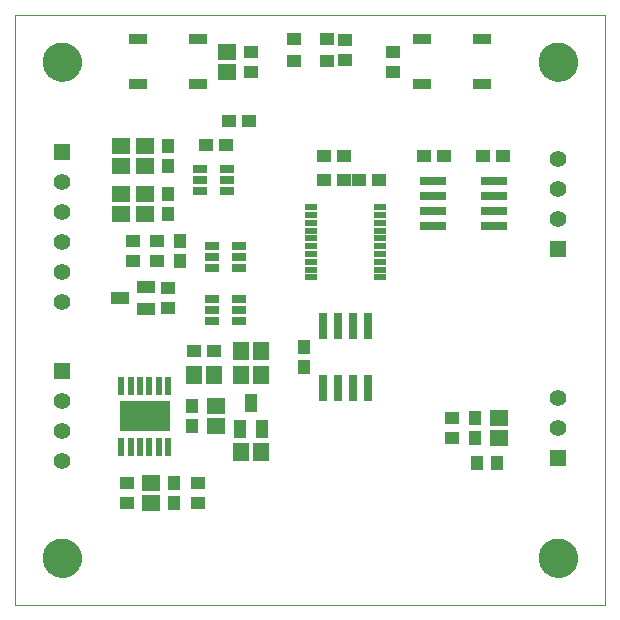
<source format=gts>
G75*
%MOIN*%
%OFA0B0*%
%FSLAX24Y24*%
%IPPOS*%
%LPD*%
%AMOC8*
5,1,8,0,0,1.08239X$1,22.5*
%
%ADD10C,0.0000*%
%ADD11R,0.0434X0.0197*%
%ADD12R,0.0280X0.0910*%
%ADD13R,0.0906X0.0276*%
%ADD14R,0.0555X0.0555*%
%ADD15C,0.0555*%
%ADD16R,0.0473X0.0434*%
%ADD17R,0.0434X0.0473*%
%ADD18R,0.0591X0.0434*%
%ADD19R,0.0631X0.0552*%
%ADD20R,0.0512X0.0276*%
%ADD21R,0.0640X0.0340*%
%ADD22R,0.0434X0.0591*%
%ADD23R,0.0552X0.0631*%
%ADD24R,0.0237X0.0591*%
%ADD25R,0.1694X0.1024*%
%ADD26R,0.0512X0.0394*%
%ADD27C,0.1300*%
D10*
X000198Y000198D02*
X000198Y019883D01*
X019883Y019883D01*
X019883Y000198D01*
X000198Y000198D01*
X001143Y001773D02*
X001145Y001823D01*
X001151Y001873D01*
X001161Y001922D01*
X001175Y001970D01*
X001192Y002017D01*
X001213Y002062D01*
X001238Y002106D01*
X001266Y002147D01*
X001298Y002186D01*
X001332Y002223D01*
X001369Y002257D01*
X001409Y002287D01*
X001451Y002314D01*
X001495Y002338D01*
X001541Y002359D01*
X001588Y002375D01*
X001636Y002388D01*
X001686Y002397D01*
X001735Y002402D01*
X001786Y002403D01*
X001836Y002400D01*
X001885Y002393D01*
X001934Y002382D01*
X001982Y002367D01*
X002028Y002349D01*
X002073Y002327D01*
X002116Y002301D01*
X002157Y002272D01*
X002196Y002240D01*
X002232Y002205D01*
X002264Y002167D01*
X002294Y002127D01*
X002321Y002084D01*
X002344Y002040D01*
X002363Y001994D01*
X002379Y001946D01*
X002391Y001897D01*
X002399Y001848D01*
X002403Y001798D01*
X002403Y001748D01*
X002399Y001698D01*
X002391Y001649D01*
X002379Y001600D01*
X002363Y001552D01*
X002344Y001506D01*
X002321Y001462D01*
X002294Y001419D01*
X002264Y001379D01*
X002232Y001341D01*
X002196Y001306D01*
X002157Y001274D01*
X002116Y001245D01*
X002073Y001219D01*
X002028Y001197D01*
X001982Y001179D01*
X001934Y001164D01*
X001885Y001153D01*
X001836Y001146D01*
X001786Y001143D01*
X001735Y001144D01*
X001686Y001149D01*
X001636Y001158D01*
X001588Y001171D01*
X001541Y001187D01*
X001495Y001208D01*
X001451Y001232D01*
X001409Y001259D01*
X001369Y001289D01*
X001332Y001323D01*
X001298Y001360D01*
X001266Y001399D01*
X001238Y001440D01*
X001213Y001484D01*
X001192Y001529D01*
X001175Y001576D01*
X001161Y001624D01*
X001151Y001673D01*
X001145Y001723D01*
X001143Y001773D01*
X001143Y018309D02*
X001145Y018359D01*
X001151Y018409D01*
X001161Y018458D01*
X001175Y018506D01*
X001192Y018553D01*
X001213Y018598D01*
X001238Y018642D01*
X001266Y018683D01*
X001298Y018722D01*
X001332Y018759D01*
X001369Y018793D01*
X001409Y018823D01*
X001451Y018850D01*
X001495Y018874D01*
X001541Y018895D01*
X001588Y018911D01*
X001636Y018924D01*
X001686Y018933D01*
X001735Y018938D01*
X001786Y018939D01*
X001836Y018936D01*
X001885Y018929D01*
X001934Y018918D01*
X001982Y018903D01*
X002028Y018885D01*
X002073Y018863D01*
X002116Y018837D01*
X002157Y018808D01*
X002196Y018776D01*
X002232Y018741D01*
X002264Y018703D01*
X002294Y018663D01*
X002321Y018620D01*
X002344Y018576D01*
X002363Y018530D01*
X002379Y018482D01*
X002391Y018433D01*
X002399Y018384D01*
X002403Y018334D01*
X002403Y018284D01*
X002399Y018234D01*
X002391Y018185D01*
X002379Y018136D01*
X002363Y018088D01*
X002344Y018042D01*
X002321Y017998D01*
X002294Y017955D01*
X002264Y017915D01*
X002232Y017877D01*
X002196Y017842D01*
X002157Y017810D01*
X002116Y017781D01*
X002073Y017755D01*
X002028Y017733D01*
X001982Y017715D01*
X001934Y017700D01*
X001885Y017689D01*
X001836Y017682D01*
X001786Y017679D01*
X001735Y017680D01*
X001686Y017685D01*
X001636Y017694D01*
X001588Y017707D01*
X001541Y017723D01*
X001495Y017744D01*
X001451Y017768D01*
X001409Y017795D01*
X001369Y017825D01*
X001332Y017859D01*
X001298Y017896D01*
X001266Y017935D01*
X001238Y017976D01*
X001213Y018020D01*
X001192Y018065D01*
X001175Y018112D01*
X001161Y018160D01*
X001151Y018209D01*
X001145Y018259D01*
X001143Y018309D01*
X017679Y018309D02*
X017681Y018359D01*
X017687Y018409D01*
X017697Y018458D01*
X017711Y018506D01*
X017728Y018553D01*
X017749Y018598D01*
X017774Y018642D01*
X017802Y018683D01*
X017834Y018722D01*
X017868Y018759D01*
X017905Y018793D01*
X017945Y018823D01*
X017987Y018850D01*
X018031Y018874D01*
X018077Y018895D01*
X018124Y018911D01*
X018172Y018924D01*
X018222Y018933D01*
X018271Y018938D01*
X018322Y018939D01*
X018372Y018936D01*
X018421Y018929D01*
X018470Y018918D01*
X018518Y018903D01*
X018564Y018885D01*
X018609Y018863D01*
X018652Y018837D01*
X018693Y018808D01*
X018732Y018776D01*
X018768Y018741D01*
X018800Y018703D01*
X018830Y018663D01*
X018857Y018620D01*
X018880Y018576D01*
X018899Y018530D01*
X018915Y018482D01*
X018927Y018433D01*
X018935Y018384D01*
X018939Y018334D01*
X018939Y018284D01*
X018935Y018234D01*
X018927Y018185D01*
X018915Y018136D01*
X018899Y018088D01*
X018880Y018042D01*
X018857Y017998D01*
X018830Y017955D01*
X018800Y017915D01*
X018768Y017877D01*
X018732Y017842D01*
X018693Y017810D01*
X018652Y017781D01*
X018609Y017755D01*
X018564Y017733D01*
X018518Y017715D01*
X018470Y017700D01*
X018421Y017689D01*
X018372Y017682D01*
X018322Y017679D01*
X018271Y017680D01*
X018222Y017685D01*
X018172Y017694D01*
X018124Y017707D01*
X018077Y017723D01*
X018031Y017744D01*
X017987Y017768D01*
X017945Y017795D01*
X017905Y017825D01*
X017868Y017859D01*
X017834Y017896D01*
X017802Y017935D01*
X017774Y017976D01*
X017749Y018020D01*
X017728Y018065D01*
X017711Y018112D01*
X017697Y018160D01*
X017687Y018209D01*
X017681Y018259D01*
X017679Y018309D01*
X017679Y001773D02*
X017681Y001823D01*
X017687Y001873D01*
X017697Y001922D01*
X017711Y001970D01*
X017728Y002017D01*
X017749Y002062D01*
X017774Y002106D01*
X017802Y002147D01*
X017834Y002186D01*
X017868Y002223D01*
X017905Y002257D01*
X017945Y002287D01*
X017987Y002314D01*
X018031Y002338D01*
X018077Y002359D01*
X018124Y002375D01*
X018172Y002388D01*
X018222Y002397D01*
X018271Y002402D01*
X018322Y002403D01*
X018372Y002400D01*
X018421Y002393D01*
X018470Y002382D01*
X018518Y002367D01*
X018564Y002349D01*
X018609Y002327D01*
X018652Y002301D01*
X018693Y002272D01*
X018732Y002240D01*
X018768Y002205D01*
X018800Y002167D01*
X018830Y002127D01*
X018857Y002084D01*
X018880Y002040D01*
X018899Y001994D01*
X018915Y001946D01*
X018927Y001897D01*
X018935Y001848D01*
X018939Y001798D01*
X018939Y001748D01*
X018935Y001698D01*
X018927Y001649D01*
X018915Y001600D01*
X018899Y001552D01*
X018880Y001506D01*
X018857Y001462D01*
X018830Y001419D01*
X018800Y001379D01*
X018768Y001341D01*
X018732Y001306D01*
X018693Y001274D01*
X018652Y001245D01*
X018609Y001219D01*
X018564Y001197D01*
X018518Y001179D01*
X018470Y001164D01*
X018421Y001153D01*
X018372Y001146D01*
X018322Y001143D01*
X018271Y001144D01*
X018222Y001149D01*
X018172Y001158D01*
X018124Y001171D01*
X018077Y001187D01*
X018031Y001208D01*
X017987Y001232D01*
X017945Y001259D01*
X017905Y001289D01*
X017868Y001323D01*
X017834Y001360D01*
X017802Y001399D01*
X017774Y001440D01*
X017749Y001484D01*
X017728Y001529D01*
X017711Y001576D01*
X017697Y001624D01*
X017687Y001673D01*
X017681Y001723D01*
X017679Y001773D01*
D11*
X012366Y011123D03*
X012366Y011383D03*
X012368Y011643D03*
X012366Y011903D03*
X012366Y012163D03*
X012366Y012423D03*
X012366Y012683D03*
X012366Y012943D03*
X012366Y013203D03*
X012366Y013463D03*
X010066Y013463D03*
X010066Y013203D03*
X010066Y012943D03*
X010066Y012683D03*
X010066Y012423D03*
X010066Y012163D03*
X010066Y011903D03*
X010063Y011643D03*
X010066Y011383D03*
X010066Y011123D03*
D12*
X010472Y009496D03*
X010972Y009496D03*
X011472Y009496D03*
X011972Y009496D03*
X011972Y007436D03*
X011472Y007436D03*
X010972Y007436D03*
X010472Y007436D03*
D13*
X014135Y012834D03*
X014135Y013334D03*
X014135Y013834D03*
X014135Y014334D03*
X016183Y014334D03*
X016183Y013834D03*
X016183Y013334D03*
X016183Y012834D03*
D14*
X018309Y012084D03*
X018309Y005104D03*
X001773Y007998D03*
X001773Y015297D03*
D15*
X001773Y014297D03*
X001773Y013297D03*
X001773Y012297D03*
X001773Y011297D03*
X001773Y010297D03*
X001773Y006998D03*
X001773Y005998D03*
X001773Y004998D03*
X018309Y006104D03*
X018309Y007104D03*
X018309Y013084D03*
X018309Y014084D03*
X018309Y015084D03*
D16*
X016478Y015159D03*
X015809Y015159D03*
X014509Y015159D03*
X013840Y015159D03*
X012344Y014372D03*
X011675Y014372D03*
X011163Y014372D03*
X010494Y014372D03*
X010494Y015159D03*
X011163Y015159D03*
X012797Y017974D03*
X012797Y018643D03*
X011222Y018368D03*
X011222Y019037D03*
X008072Y018643D03*
X008072Y017974D03*
X008013Y016340D03*
X007344Y016340D03*
X007226Y015553D03*
X006557Y015553D03*
X004923Y012344D03*
X004923Y011675D03*
X004135Y011675D03*
X004135Y012344D03*
X005317Y010769D03*
X005317Y010100D03*
X006163Y008663D03*
X006832Y008663D03*
X006301Y004273D03*
X006301Y003604D03*
X003939Y003604D03*
X003939Y004273D03*
X014765Y005769D03*
X014765Y006439D03*
D17*
X015553Y006439D03*
X015553Y005769D03*
X015612Y004923D03*
X016281Y004923D03*
X009844Y008131D03*
X009844Y008801D03*
X006104Y006832D03*
X006104Y006163D03*
X005513Y004273D03*
X005513Y003604D03*
X005710Y011675D03*
X005710Y012344D03*
X005317Y013250D03*
X005317Y013919D03*
X005317Y014824D03*
X005317Y015494D03*
D18*
X004569Y010809D03*
X004569Y010061D03*
X003702Y010435D03*
D19*
X003742Y013250D03*
X003742Y013919D03*
X004529Y013919D03*
X004529Y013250D03*
X004529Y014824D03*
X004529Y015494D03*
X003742Y015494D03*
X003742Y014824D03*
X007285Y017974D03*
X007285Y018643D03*
X006891Y006832D03*
X006891Y006163D03*
X004726Y004273D03*
X004726Y003604D03*
X016340Y005769D03*
X016340Y006439D03*
D20*
X007679Y009667D03*
X007679Y010041D03*
X007679Y010415D03*
X006773Y010415D03*
X006773Y010041D03*
X006773Y009667D03*
X006773Y011439D03*
X006773Y011813D03*
X006773Y012187D03*
X007679Y012187D03*
X007679Y011813D03*
X007679Y011439D03*
X007285Y013998D03*
X007285Y014372D03*
X007285Y014746D03*
X006380Y014746D03*
X006380Y014372D03*
X006380Y013998D03*
D21*
X006317Y017559D03*
X006317Y019059D03*
X004317Y019059D03*
X004317Y017559D03*
X013765Y017559D03*
X013765Y019059D03*
X015765Y019059D03*
X015765Y017559D03*
D22*
X008072Y006931D03*
X007698Y006065D03*
X008446Y006065D03*
D23*
X008407Y005317D03*
X007738Y005317D03*
X007738Y007876D03*
X008407Y007876D03*
X008407Y008663D03*
X007738Y008663D03*
X006832Y007876D03*
X006163Y007876D03*
D24*
X005317Y007521D03*
X005002Y007521D03*
X004687Y007521D03*
X004372Y007521D03*
X004057Y007521D03*
X003742Y007521D03*
X003742Y005474D03*
X004057Y005474D03*
X004372Y005474D03*
X004687Y005474D03*
X005002Y005474D03*
X005317Y005474D03*
D25*
X004529Y006498D03*
D26*
X009490Y018348D03*
X009490Y019057D03*
X010592Y019057D03*
X010592Y018348D03*
D27*
X018309Y018309D03*
X018309Y001773D03*
X001773Y001773D03*
X001773Y018309D03*
M02*

</source>
